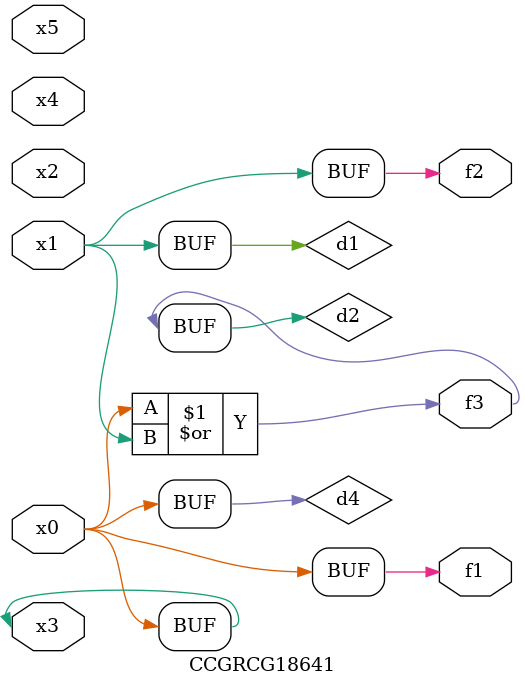
<source format=v>
module CCGRCG18641(
	input x0, x1, x2, x3, x4, x5,
	output f1, f2, f3
);

	wire d1, d2, d3, d4;

	and (d1, x1);
	or (d2, x0, x1);
	nand (d3, x0, x5);
	buf (d4, x0, x3);
	assign f1 = d4;
	assign f2 = d1;
	assign f3 = d2;
endmodule

</source>
